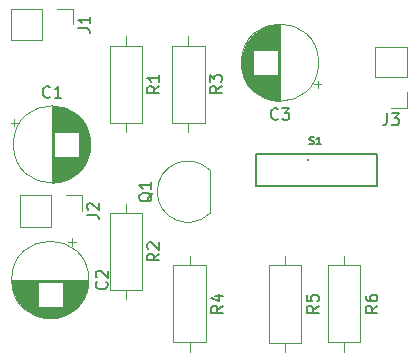
<source format=gbr>
%TF.GenerationSoftware,KiCad,Pcbnew,8.0.5*%
%TF.CreationDate,2024-10-06T10:48:52-05:00*%
%TF.ProjectId,amplificador,616d706c-6966-4696-9361-646f722e6b69,rev?*%
%TF.SameCoordinates,Original*%
%TF.FileFunction,Legend,Top*%
%TF.FilePolarity,Positive*%
%FSLAX46Y46*%
G04 Gerber Fmt 4.6, Leading zero omitted, Abs format (unit mm)*
G04 Created by KiCad (PCBNEW 8.0.5) date 2024-10-06 10:48:52*
%MOMM*%
%LPD*%
G01*
G04 APERTURE LIST*
%ADD10C,0.150000*%
%ADD11C,0.200000*%
%ADD12C,0.120000*%
G04 APERTURE END LIST*
D10*
X207429980Y-91366500D02*
X207521409Y-91396976D01*
X207521409Y-91396976D02*
X207673790Y-91396976D01*
X207673790Y-91396976D02*
X207734742Y-91366500D01*
X207734742Y-91366500D02*
X207765218Y-91336023D01*
X207765218Y-91336023D02*
X207795695Y-91275071D01*
X207795695Y-91275071D02*
X207795695Y-91214119D01*
X207795695Y-91214119D02*
X207765218Y-91153166D01*
X207765218Y-91153166D02*
X207734742Y-91122690D01*
X207734742Y-91122690D02*
X207673790Y-91092214D01*
X207673790Y-91092214D02*
X207551885Y-91061738D01*
X207551885Y-91061738D02*
X207490933Y-91031261D01*
X207490933Y-91031261D02*
X207460456Y-91000785D01*
X207460456Y-91000785D02*
X207429980Y-90939833D01*
X207429980Y-90939833D02*
X207429980Y-90878880D01*
X207429980Y-90878880D02*
X207460456Y-90817928D01*
X207460456Y-90817928D02*
X207490933Y-90787452D01*
X207490933Y-90787452D02*
X207551885Y-90756976D01*
X207551885Y-90756976D02*
X207704266Y-90756976D01*
X207704266Y-90756976D02*
X207795695Y-90787452D01*
X208405219Y-91396976D02*
X208039504Y-91396976D01*
X208222361Y-91396976D02*
X208222361Y-90756976D01*
X208222361Y-90756976D02*
X208161409Y-90848404D01*
X208161409Y-90848404D02*
X208100457Y-90909357D01*
X208100457Y-90909357D02*
X208039504Y-90939833D01*
X214016666Y-88779819D02*
X214016666Y-89494104D01*
X214016666Y-89494104D02*
X213969047Y-89636961D01*
X213969047Y-89636961D02*
X213873809Y-89732200D01*
X213873809Y-89732200D02*
X213730952Y-89779819D01*
X213730952Y-89779819D02*
X213635714Y-89779819D01*
X214397619Y-88779819D02*
X215016666Y-88779819D01*
X215016666Y-88779819D02*
X214683333Y-89160771D01*
X214683333Y-89160771D02*
X214826190Y-89160771D01*
X214826190Y-89160771D02*
X214921428Y-89208390D01*
X214921428Y-89208390D02*
X214969047Y-89256009D01*
X214969047Y-89256009D02*
X215016666Y-89351247D01*
X215016666Y-89351247D02*
X215016666Y-89589342D01*
X215016666Y-89589342D02*
X214969047Y-89684580D01*
X214969047Y-89684580D02*
X214921428Y-89732200D01*
X214921428Y-89732200D02*
X214826190Y-89779819D01*
X214826190Y-89779819D02*
X214540476Y-89779819D01*
X214540476Y-89779819D02*
X214445238Y-89732200D01*
X214445238Y-89732200D02*
X214397619Y-89684580D01*
X188619819Y-97363333D02*
X189334104Y-97363333D01*
X189334104Y-97363333D02*
X189476961Y-97410952D01*
X189476961Y-97410952D02*
X189572200Y-97506190D01*
X189572200Y-97506190D02*
X189619819Y-97649047D01*
X189619819Y-97649047D02*
X189619819Y-97744285D01*
X188715057Y-96934761D02*
X188667438Y-96887142D01*
X188667438Y-96887142D02*
X188619819Y-96791904D01*
X188619819Y-96791904D02*
X188619819Y-96553809D01*
X188619819Y-96553809D02*
X188667438Y-96458571D01*
X188667438Y-96458571D02*
X188715057Y-96410952D01*
X188715057Y-96410952D02*
X188810295Y-96363333D01*
X188810295Y-96363333D02*
X188905533Y-96363333D01*
X188905533Y-96363333D02*
X189048390Y-96410952D01*
X189048390Y-96410952D02*
X189619819Y-96982380D01*
X189619819Y-96982380D02*
X189619819Y-96363333D01*
X187869819Y-81573333D02*
X188584104Y-81573333D01*
X188584104Y-81573333D02*
X188726961Y-81620952D01*
X188726961Y-81620952D02*
X188822200Y-81716190D01*
X188822200Y-81716190D02*
X188869819Y-81859047D01*
X188869819Y-81859047D02*
X188869819Y-81954285D01*
X188869819Y-80573333D02*
X188869819Y-81144761D01*
X188869819Y-80859047D02*
X187869819Y-80859047D01*
X187869819Y-80859047D02*
X188012676Y-80954285D01*
X188012676Y-80954285D02*
X188107914Y-81049523D01*
X188107914Y-81049523D02*
X188155533Y-81144761D01*
X213204819Y-105066666D02*
X212728628Y-105399999D01*
X213204819Y-105638094D02*
X212204819Y-105638094D01*
X212204819Y-105638094D02*
X212204819Y-105257142D01*
X212204819Y-105257142D02*
X212252438Y-105161904D01*
X212252438Y-105161904D02*
X212300057Y-105114285D01*
X212300057Y-105114285D02*
X212395295Y-105066666D01*
X212395295Y-105066666D02*
X212538152Y-105066666D01*
X212538152Y-105066666D02*
X212633390Y-105114285D01*
X212633390Y-105114285D02*
X212681009Y-105161904D01*
X212681009Y-105161904D02*
X212728628Y-105257142D01*
X212728628Y-105257142D02*
X212728628Y-105638094D01*
X212204819Y-104209523D02*
X212204819Y-104399999D01*
X212204819Y-104399999D02*
X212252438Y-104495237D01*
X212252438Y-104495237D02*
X212300057Y-104542856D01*
X212300057Y-104542856D02*
X212442914Y-104638094D01*
X212442914Y-104638094D02*
X212633390Y-104685713D01*
X212633390Y-104685713D02*
X213014342Y-104685713D01*
X213014342Y-104685713D02*
X213109580Y-104638094D01*
X213109580Y-104638094D02*
X213157200Y-104590475D01*
X213157200Y-104590475D02*
X213204819Y-104495237D01*
X213204819Y-104495237D02*
X213204819Y-104304761D01*
X213204819Y-104304761D02*
X213157200Y-104209523D01*
X213157200Y-104209523D02*
X213109580Y-104161904D01*
X213109580Y-104161904D02*
X213014342Y-104114285D01*
X213014342Y-104114285D02*
X212776247Y-104114285D01*
X212776247Y-104114285D02*
X212681009Y-104161904D01*
X212681009Y-104161904D02*
X212633390Y-104209523D01*
X212633390Y-104209523D02*
X212585771Y-104304761D01*
X212585771Y-104304761D02*
X212585771Y-104495237D01*
X212585771Y-104495237D02*
X212633390Y-104590475D01*
X212633390Y-104590475D02*
X212681009Y-104638094D01*
X212681009Y-104638094D02*
X212776247Y-104685713D01*
X208214819Y-105076666D02*
X207738628Y-105409999D01*
X208214819Y-105648094D02*
X207214819Y-105648094D01*
X207214819Y-105648094D02*
X207214819Y-105267142D01*
X207214819Y-105267142D02*
X207262438Y-105171904D01*
X207262438Y-105171904D02*
X207310057Y-105124285D01*
X207310057Y-105124285D02*
X207405295Y-105076666D01*
X207405295Y-105076666D02*
X207548152Y-105076666D01*
X207548152Y-105076666D02*
X207643390Y-105124285D01*
X207643390Y-105124285D02*
X207691009Y-105171904D01*
X207691009Y-105171904D02*
X207738628Y-105267142D01*
X207738628Y-105267142D02*
X207738628Y-105648094D01*
X207214819Y-104171904D02*
X207214819Y-104648094D01*
X207214819Y-104648094D02*
X207691009Y-104695713D01*
X207691009Y-104695713D02*
X207643390Y-104648094D01*
X207643390Y-104648094D02*
X207595771Y-104552856D01*
X207595771Y-104552856D02*
X207595771Y-104314761D01*
X207595771Y-104314761D02*
X207643390Y-104219523D01*
X207643390Y-104219523D02*
X207691009Y-104171904D01*
X207691009Y-104171904D02*
X207786247Y-104124285D01*
X207786247Y-104124285D02*
X208024342Y-104124285D01*
X208024342Y-104124285D02*
X208119580Y-104171904D01*
X208119580Y-104171904D02*
X208167200Y-104219523D01*
X208167200Y-104219523D02*
X208214819Y-104314761D01*
X208214819Y-104314761D02*
X208214819Y-104552856D01*
X208214819Y-104552856D02*
X208167200Y-104648094D01*
X208167200Y-104648094D02*
X208119580Y-104695713D01*
X200124819Y-105066666D02*
X199648628Y-105399999D01*
X200124819Y-105638094D02*
X199124819Y-105638094D01*
X199124819Y-105638094D02*
X199124819Y-105257142D01*
X199124819Y-105257142D02*
X199172438Y-105161904D01*
X199172438Y-105161904D02*
X199220057Y-105114285D01*
X199220057Y-105114285D02*
X199315295Y-105066666D01*
X199315295Y-105066666D02*
X199458152Y-105066666D01*
X199458152Y-105066666D02*
X199553390Y-105114285D01*
X199553390Y-105114285D02*
X199601009Y-105161904D01*
X199601009Y-105161904D02*
X199648628Y-105257142D01*
X199648628Y-105257142D02*
X199648628Y-105638094D01*
X199458152Y-104209523D02*
X200124819Y-104209523D01*
X199077200Y-104447618D02*
X199791485Y-104685713D01*
X199791485Y-104685713D02*
X199791485Y-104066666D01*
X200024819Y-86466666D02*
X199548628Y-86799999D01*
X200024819Y-87038094D02*
X199024819Y-87038094D01*
X199024819Y-87038094D02*
X199024819Y-86657142D01*
X199024819Y-86657142D02*
X199072438Y-86561904D01*
X199072438Y-86561904D02*
X199120057Y-86514285D01*
X199120057Y-86514285D02*
X199215295Y-86466666D01*
X199215295Y-86466666D02*
X199358152Y-86466666D01*
X199358152Y-86466666D02*
X199453390Y-86514285D01*
X199453390Y-86514285D02*
X199501009Y-86561904D01*
X199501009Y-86561904D02*
X199548628Y-86657142D01*
X199548628Y-86657142D02*
X199548628Y-87038094D01*
X199024819Y-86133332D02*
X199024819Y-85514285D01*
X199024819Y-85514285D02*
X199405771Y-85847618D01*
X199405771Y-85847618D02*
X199405771Y-85704761D01*
X199405771Y-85704761D02*
X199453390Y-85609523D01*
X199453390Y-85609523D02*
X199501009Y-85561904D01*
X199501009Y-85561904D02*
X199596247Y-85514285D01*
X199596247Y-85514285D02*
X199834342Y-85514285D01*
X199834342Y-85514285D02*
X199929580Y-85561904D01*
X199929580Y-85561904D02*
X199977200Y-85609523D01*
X199977200Y-85609523D02*
X200024819Y-85704761D01*
X200024819Y-85704761D02*
X200024819Y-85990475D01*
X200024819Y-85990475D02*
X199977200Y-86085713D01*
X199977200Y-86085713D02*
X199929580Y-86133332D01*
X194724819Y-100646666D02*
X194248628Y-100979999D01*
X194724819Y-101218094D02*
X193724819Y-101218094D01*
X193724819Y-101218094D02*
X193724819Y-100837142D01*
X193724819Y-100837142D02*
X193772438Y-100741904D01*
X193772438Y-100741904D02*
X193820057Y-100694285D01*
X193820057Y-100694285D02*
X193915295Y-100646666D01*
X193915295Y-100646666D02*
X194058152Y-100646666D01*
X194058152Y-100646666D02*
X194153390Y-100694285D01*
X194153390Y-100694285D02*
X194201009Y-100741904D01*
X194201009Y-100741904D02*
X194248628Y-100837142D01*
X194248628Y-100837142D02*
X194248628Y-101218094D01*
X193820057Y-100265713D02*
X193772438Y-100218094D01*
X193772438Y-100218094D02*
X193724819Y-100122856D01*
X193724819Y-100122856D02*
X193724819Y-99884761D01*
X193724819Y-99884761D02*
X193772438Y-99789523D01*
X193772438Y-99789523D02*
X193820057Y-99741904D01*
X193820057Y-99741904D02*
X193915295Y-99694285D01*
X193915295Y-99694285D02*
X194010533Y-99694285D01*
X194010533Y-99694285D02*
X194153390Y-99741904D01*
X194153390Y-99741904D02*
X194724819Y-100313332D01*
X194724819Y-100313332D02*
X194724819Y-99694285D01*
X194724819Y-86466666D02*
X194248628Y-86799999D01*
X194724819Y-87038094D02*
X193724819Y-87038094D01*
X193724819Y-87038094D02*
X193724819Y-86657142D01*
X193724819Y-86657142D02*
X193772438Y-86561904D01*
X193772438Y-86561904D02*
X193820057Y-86514285D01*
X193820057Y-86514285D02*
X193915295Y-86466666D01*
X193915295Y-86466666D02*
X194058152Y-86466666D01*
X194058152Y-86466666D02*
X194153390Y-86514285D01*
X194153390Y-86514285D02*
X194201009Y-86561904D01*
X194201009Y-86561904D02*
X194248628Y-86657142D01*
X194248628Y-86657142D02*
X194248628Y-87038094D01*
X194724819Y-85514285D02*
X194724819Y-86085713D01*
X194724819Y-85799999D02*
X193724819Y-85799999D01*
X193724819Y-85799999D02*
X193867676Y-85895237D01*
X193867676Y-85895237D02*
X193962914Y-85990475D01*
X193962914Y-85990475D02*
X194010533Y-86085713D01*
X204785713Y-89239580D02*
X204738094Y-89287200D01*
X204738094Y-89287200D02*
X204595237Y-89334819D01*
X204595237Y-89334819D02*
X204499999Y-89334819D01*
X204499999Y-89334819D02*
X204357142Y-89287200D01*
X204357142Y-89287200D02*
X204261904Y-89191961D01*
X204261904Y-89191961D02*
X204214285Y-89096723D01*
X204214285Y-89096723D02*
X204166666Y-88906247D01*
X204166666Y-88906247D02*
X204166666Y-88763390D01*
X204166666Y-88763390D02*
X204214285Y-88572914D01*
X204214285Y-88572914D02*
X204261904Y-88477676D01*
X204261904Y-88477676D02*
X204357142Y-88382438D01*
X204357142Y-88382438D02*
X204499999Y-88334819D01*
X204499999Y-88334819D02*
X204595237Y-88334819D01*
X204595237Y-88334819D02*
X204738094Y-88382438D01*
X204738094Y-88382438D02*
X204785713Y-88430057D01*
X205119047Y-88334819D02*
X205738094Y-88334819D01*
X205738094Y-88334819D02*
X205404761Y-88715771D01*
X205404761Y-88715771D02*
X205547618Y-88715771D01*
X205547618Y-88715771D02*
X205642856Y-88763390D01*
X205642856Y-88763390D02*
X205690475Y-88811009D01*
X205690475Y-88811009D02*
X205738094Y-88906247D01*
X205738094Y-88906247D02*
X205738094Y-89144342D01*
X205738094Y-89144342D02*
X205690475Y-89239580D01*
X205690475Y-89239580D02*
X205642856Y-89287200D01*
X205642856Y-89287200D02*
X205547618Y-89334819D01*
X205547618Y-89334819D02*
X205261904Y-89334819D01*
X205261904Y-89334819D02*
X205166666Y-89287200D01*
X205166666Y-89287200D02*
X205119047Y-89239580D01*
X190259580Y-103034287D02*
X190307200Y-103081906D01*
X190307200Y-103081906D02*
X190354819Y-103224763D01*
X190354819Y-103224763D02*
X190354819Y-103320001D01*
X190354819Y-103320001D02*
X190307200Y-103462858D01*
X190307200Y-103462858D02*
X190211961Y-103558096D01*
X190211961Y-103558096D02*
X190116723Y-103605715D01*
X190116723Y-103605715D02*
X189926247Y-103653334D01*
X189926247Y-103653334D02*
X189783390Y-103653334D01*
X189783390Y-103653334D02*
X189592914Y-103605715D01*
X189592914Y-103605715D02*
X189497676Y-103558096D01*
X189497676Y-103558096D02*
X189402438Y-103462858D01*
X189402438Y-103462858D02*
X189354819Y-103320001D01*
X189354819Y-103320001D02*
X189354819Y-103224763D01*
X189354819Y-103224763D02*
X189402438Y-103081906D01*
X189402438Y-103081906D02*
X189450057Y-103034287D01*
X189450057Y-102653334D02*
X189402438Y-102605715D01*
X189402438Y-102605715D02*
X189354819Y-102510477D01*
X189354819Y-102510477D02*
X189354819Y-102272382D01*
X189354819Y-102272382D02*
X189402438Y-102177144D01*
X189402438Y-102177144D02*
X189450057Y-102129525D01*
X189450057Y-102129525D02*
X189545295Y-102081906D01*
X189545295Y-102081906D02*
X189640533Y-102081906D01*
X189640533Y-102081906D02*
X189783390Y-102129525D01*
X189783390Y-102129525D02*
X190354819Y-102700953D01*
X190354819Y-102700953D02*
X190354819Y-102081906D01*
X185483333Y-87359580D02*
X185435714Y-87407200D01*
X185435714Y-87407200D02*
X185292857Y-87454819D01*
X185292857Y-87454819D02*
X185197619Y-87454819D01*
X185197619Y-87454819D02*
X185054762Y-87407200D01*
X185054762Y-87407200D02*
X184959524Y-87311961D01*
X184959524Y-87311961D02*
X184911905Y-87216723D01*
X184911905Y-87216723D02*
X184864286Y-87026247D01*
X184864286Y-87026247D02*
X184864286Y-86883390D01*
X184864286Y-86883390D02*
X184911905Y-86692914D01*
X184911905Y-86692914D02*
X184959524Y-86597676D01*
X184959524Y-86597676D02*
X185054762Y-86502438D01*
X185054762Y-86502438D02*
X185197619Y-86454819D01*
X185197619Y-86454819D02*
X185292857Y-86454819D01*
X185292857Y-86454819D02*
X185435714Y-86502438D01*
X185435714Y-86502438D02*
X185483333Y-86550057D01*
X186435714Y-87454819D02*
X185864286Y-87454819D01*
X186150000Y-87454819D02*
X186150000Y-86454819D01*
X186150000Y-86454819D02*
X186054762Y-86597676D01*
X186054762Y-86597676D02*
X185959524Y-86692914D01*
X185959524Y-86692914D02*
X185864286Y-86740533D01*
X194150057Y-95495238D02*
X194102438Y-95590476D01*
X194102438Y-95590476D02*
X194007200Y-95685714D01*
X194007200Y-95685714D02*
X193864342Y-95828571D01*
X193864342Y-95828571D02*
X193816723Y-95923809D01*
X193816723Y-95923809D02*
X193816723Y-96019047D01*
X194054819Y-95971428D02*
X194007200Y-96066666D01*
X194007200Y-96066666D02*
X193911961Y-96161904D01*
X193911961Y-96161904D02*
X193721485Y-96209523D01*
X193721485Y-96209523D02*
X193388152Y-96209523D01*
X193388152Y-96209523D02*
X193197676Y-96161904D01*
X193197676Y-96161904D02*
X193102438Y-96066666D01*
X193102438Y-96066666D02*
X193054819Y-95971428D01*
X193054819Y-95971428D02*
X193054819Y-95780952D01*
X193054819Y-95780952D02*
X193102438Y-95685714D01*
X193102438Y-95685714D02*
X193197676Y-95590476D01*
X193197676Y-95590476D02*
X193388152Y-95542857D01*
X193388152Y-95542857D02*
X193721485Y-95542857D01*
X193721485Y-95542857D02*
X193911961Y-95590476D01*
X193911961Y-95590476D02*
X194007200Y-95685714D01*
X194007200Y-95685714D02*
X194054819Y-95780952D01*
X194054819Y-95780952D02*
X194054819Y-95971428D01*
X194054819Y-94590476D02*
X194054819Y-95161904D01*
X194054819Y-94876190D02*
X193054819Y-94876190D01*
X193054819Y-94876190D02*
X193197676Y-94971428D01*
X193197676Y-94971428D02*
X193292914Y-95066666D01*
X193292914Y-95066666D02*
X193340533Y-95161904D01*
D11*
%TO.C,S1*%
X202930000Y-92250000D02*
X213130000Y-92250000D01*
X213130000Y-92250000D02*
X213130000Y-94950000D01*
X213130000Y-94950000D02*
X202930000Y-94950000D01*
X202930000Y-94950000D02*
X202930000Y-92250000D01*
X207380000Y-92700000D02*
G75*
G02*
X207280000Y-92700000I-50000J0D01*
G01*
X207280000Y-92700000D02*
G75*
G02*
X207380000Y-92700000I50000J0D01*
G01*
D12*
%TO.C,J3*%
X215680000Y-88325000D02*
X214350000Y-88325000D01*
X215680000Y-86995000D02*
X215680000Y-88325000D01*
X215680000Y-85725000D02*
X215680000Y-83125000D01*
X215680000Y-85725000D02*
X213020000Y-85725000D01*
X215680000Y-83125000D02*
X213020000Y-83125000D01*
X213020000Y-85725000D02*
X213020000Y-83125000D01*
%TO.C,J2*%
X188165000Y-95700000D02*
X188165000Y-97030000D01*
X186835000Y-95700000D02*
X188165000Y-95700000D01*
X185565000Y-95700000D02*
X182965000Y-95700000D01*
X185565000Y-95700000D02*
X185565000Y-98360000D01*
X182965000Y-95700000D02*
X182965000Y-98360000D01*
X185565000Y-98360000D02*
X182965000Y-98360000D01*
%TO.C,J1*%
X187415000Y-79910000D02*
X187415000Y-81240000D01*
X186085000Y-79910000D02*
X187415000Y-79910000D01*
X184815000Y-79910000D02*
X182215000Y-79910000D01*
X184815000Y-79910000D02*
X184815000Y-82570000D01*
X182215000Y-79910000D02*
X182215000Y-82570000D01*
X184815000Y-82570000D02*
X182215000Y-82570000D01*
%TO.C,R6*%
X210380000Y-100860000D02*
X210380000Y-101630000D01*
X211750000Y-101630000D02*
X209010000Y-101630000D01*
X209010000Y-101630000D02*
X209010000Y-108170000D01*
X211750000Y-108170000D02*
X211750000Y-101630000D01*
X209010000Y-108170000D02*
X211750000Y-108170000D01*
X210380000Y-108940000D02*
X210380000Y-108170000D01*
%TO.C,R5*%
X205390000Y-100870000D02*
X205390000Y-101640000D01*
X206760000Y-101640000D02*
X204020000Y-101640000D01*
X204020000Y-101640000D02*
X204020000Y-108180000D01*
X206760000Y-108180000D02*
X206760000Y-101640000D01*
X204020000Y-108180000D02*
X206760000Y-108180000D01*
X205390000Y-108950000D02*
X205390000Y-108180000D01*
%TO.C,R4*%
X197300000Y-100860000D02*
X197300000Y-101630000D01*
X198670000Y-101630000D02*
X195930000Y-101630000D01*
X195930000Y-101630000D02*
X195930000Y-108170000D01*
X198670000Y-108170000D02*
X198670000Y-101630000D01*
X195930000Y-108170000D02*
X198670000Y-108170000D01*
X197300000Y-108940000D02*
X197300000Y-108170000D01*
%TO.C,R3*%
X197200000Y-82260000D02*
X197200000Y-83030000D01*
X198570000Y-83030000D02*
X195830000Y-83030000D01*
X195830000Y-83030000D02*
X195830000Y-89570000D01*
X198570000Y-89570000D02*
X198570000Y-83030000D01*
X195830000Y-89570000D02*
X198570000Y-89570000D01*
X197200000Y-90340000D02*
X197200000Y-89570000D01*
%TO.C,R2*%
X191900000Y-96440000D02*
X191900000Y-97210000D01*
X193270000Y-97210000D02*
X190530000Y-97210000D01*
X190530000Y-97210000D02*
X190530000Y-103750000D01*
X193270000Y-103750000D02*
X193270000Y-97210000D01*
X190530000Y-103750000D02*
X193270000Y-103750000D01*
X191900000Y-104520000D02*
X191900000Y-103750000D01*
%TO.C,R1*%
X191900000Y-82260000D02*
X191900000Y-83030000D01*
X193270000Y-83030000D02*
X190530000Y-83030000D01*
X190530000Y-83030000D02*
X190530000Y-89570000D01*
X193270000Y-89570000D02*
X193270000Y-83030000D01*
X190530000Y-89570000D02*
X193270000Y-89570000D01*
X191900000Y-90340000D02*
X191900000Y-89570000D01*
%TO.C,C3*%
X208452621Y-86319000D02*
X207822621Y-86319000D01*
X208137621Y-86634000D02*
X208137621Y-86004000D01*
X204952380Y-87710000D02*
X204952380Y-81250000D01*
X204912380Y-87710000D02*
X204912380Y-81250000D01*
X204872380Y-87710000D02*
X204872380Y-81250000D01*
X204832380Y-87708000D02*
X204832380Y-81252000D01*
X204792380Y-87707000D02*
X204792380Y-81253000D01*
X204752380Y-87704000D02*
X204752380Y-81256000D01*
X204712380Y-87702000D02*
X204712380Y-85520000D01*
X204712380Y-83440000D02*
X204712380Y-81258000D01*
X204672380Y-87698000D02*
X204672380Y-85520000D01*
X204672380Y-83440000D02*
X204672380Y-81262000D01*
X204632380Y-87695000D02*
X204632380Y-85520000D01*
X204632380Y-83440000D02*
X204632380Y-81265000D01*
X204592380Y-87691000D02*
X204592380Y-85520000D01*
X204592380Y-83440000D02*
X204592380Y-81269000D01*
X204552380Y-87686000D02*
X204552380Y-85520000D01*
X204552380Y-83440000D02*
X204552380Y-81274000D01*
X204512380Y-87681000D02*
X204512380Y-85520000D01*
X204512380Y-83440000D02*
X204512380Y-81279000D01*
X204472380Y-87675000D02*
X204472380Y-85520000D01*
X204472380Y-83440000D02*
X204472380Y-81285000D01*
X204432380Y-87669000D02*
X204432380Y-85520000D01*
X204432380Y-83440000D02*
X204432380Y-81291000D01*
X204392380Y-87662000D02*
X204392380Y-85520000D01*
X204392380Y-83440000D02*
X204392380Y-81298000D01*
X204352380Y-87655000D02*
X204352380Y-85520000D01*
X204352380Y-83440000D02*
X204352380Y-81305000D01*
X204312380Y-87647000D02*
X204312380Y-85520000D01*
X204312380Y-83440000D02*
X204312380Y-81313000D01*
X204272380Y-87639000D02*
X204272380Y-85520000D01*
X204272380Y-83440000D02*
X204272380Y-81321000D01*
X204231380Y-87630000D02*
X204231380Y-85520000D01*
X204231380Y-83440000D02*
X204231380Y-81330000D01*
X204191380Y-87621000D02*
X204191380Y-85520000D01*
X204191380Y-83440000D02*
X204191380Y-81339000D01*
X204151380Y-87611000D02*
X204151380Y-85520000D01*
X204151380Y-83440000D02*
X204151380Y-81349000D01*
X204111380Y-87601000D02*
X204111380Y-85520000D01*
X204111380Y-83440000D02*
X204111380Y-81359000D01*
X204071380Y-87590000D02*
X204071380Y-85520000D01*
X204071380Y-83440000D02*
X204071380Y-81370000D01*
X204031380Y-87578000D02*
X204031380Y-85520000D01*
X204031380Y-83440000D02*
X204031380Y-81382000D01*
X203991380Y-87566000D02*
X203991380Y-85520000D01*
X203991380Y-83440000D02*
X203991380Y-81394000D01*
X203951380Y-87554000D02*
X203951380Y-85520000D01*
X203951380Y-83440000D02*
X203951380Y-81406000D01*
X203911380Y-87541000D02*
X203911380Y-85520000D01*
X203911380Y-83440000D02*
X203911380Y-81419000D01*
X203871380Y-87527000D02*
X203871380Y-85520000D01*
X203871380Y-83440000D02*
X203871380Y-81433000D01*
X203831380Y-87513000D02*
X203831380Y-85520000D01*
X203831380Y-83440000D02*
X203831380Y-81447000D01*
X203791380Y-87498000D02*
X203791380Y-85520000D01*
X203791380Y-83440000D02*
X203791380Y-81462000D01*
X203751380Y-87482000D02*
X203751380Y-85520000D01*
X203751380Y-83440000D02*
X203751380Y-81478000D01*
X203711380Y-87466000D02*
X203711380Y-85520000D01*
X203711380Y-83440000D02*
X203711380Y-81494000D01*
X203671380Y-87450000D02*
X203671380Y-85520000D01*
X203671380Y-83440000D02*
X203671380Y-81510000D01*
X203631380Y-87432000D02*
X203631380Y-85520000D01*
X203631380Y-83440000D02*
X203631380Y-81528000D01*
X203591380Y-87414000D02*
X203591380Y-85520000D01*
X203591380Y-83440000D02*
X203591380Y-81546000D01*
X203551380Y-87396000D02*
X203551380Y-85520000D01*
X203551380Y-83440000D02*
X203551380Y-81564000D01*
X203511380Y-87376000D02*
X203511380Y-85520000D01*
X203511380Y-83440000D02*
X203511380Y-81584000D01*
X203471380Y-87356000D02*
X203471380Y-85520000D01*
X203471380Y-83440000D02*
X203471380Y-81604000D01*
X203431380Y-87336000D02*
X203431380Y-85520000D01*
X203431380Y-83440000D02*
X203431380Y-81624000D01*
X203391380Y-87314000D02*
X203391380Y-85520000D01*
X203391380Y-83440000D02*
X203391380Y-81646000D01*
X203351380Y-87292000D02*
X203351380Y-85520000D01*
X203351380Y-83440000D02*
X203351380Y-81668000D01*
X203311380Y-87270000D02*
X203311380Y-85520000D01*
X203311380Y-83440000D02*
X203311380Y-81690000D01*
X203271380Y-87246000D02*
X203271380Y-85520000D01*
X203271380Y-83440000D02*
X203271380Y-81714000D01*
X203231380Y-87222000D02*
X203231380Y-85520000D01*
X203231380Y-83440000D02*
X203231380Y-81738000D01*
X203191380Y-87196000D02*
X203191380Y-85520000D01*
X203191380Y-83440000D02*
X203191380Y-81764000D01*
X203151380Y-87170000D02*
X203151380Y-85520000D01*
X203151380Y-83440000D02*
X203151380Y-81790000D01*
X203111380Y-87144000D02*
X203111380Y-85520000D01*
X203111380Y-83440000D02*
X203111380Y-81816000D01*
X203071380Y-87116000D02*
X203071380Y-85520000D01*
X203071380Y-83440000D02*
X203071380Y-81844000D01*
X203031380Y-87087000D02*
X203031380Y-85520000D01*
X203031380Y-83440000D02*
X203031380Y-81873000D01*
X202991380Y-87058000D02*
X202991380Y-85520000D01*
X202991380Y-83440000D02*
X202991380Y-81902000D01*
X202951380Y-87028000D02*
X202951380Y-85520000D01*
X202951380Y-83440000D02*
X202951380Y-81932000D01*
X202911380Y-86996000D02*
X202911380Y-85520000D01*
X202911380Y-83440000D02*
X202911380Y-81964000D01*
X202871380Y-86964000D02*
X202871380Y-85520000D01*
X202871380Y-83440000D02*
X202871380Y-81996000D01*
X202831380Y-86930000D02*
X202831380Y-85520000D01*
X202831380Y-83440000D02*
X202831380Y-82030000D01*
X202791380Y-86896000D02*
X202791380Y-85520000D01*
X202791380Y-83440000D02*
X202791380Y-82064000D01*
X202751380Y-86860000D02*
X202751380Y-85520000D01*
X202751380Y-83440000D02*
X202751380Y-82100000D01*
X202711380Y-86823000D02*
X202711380Y-85520000D01*
X202711380Y-83440000D02*
X202711380Y-82137000D01*
X202671380Y-86785000D02*
X202671380Y-85520000D01*
X202671380Y-83440000D02*
X202671380Y-82175000D01*
X202631380Y-86745000D02*
X202631380Y-82215000D01*
X202591380Y-86704000D02*
X202591380Y-82256000D01*
X202551380Y-86662000D02*
X202551380Y-82298000D01*
X202511380Y-86617000D02*
X202511380Y-82343000D01*
X202471380Y-86572000D02*
X202471380Y-82388000D01*
X202431380Y-86524000D02*
X202431380Y-82436000D01*
X202391380Y-86475000D02*
X202391380Y-82485000D01*
X202351380Y-86424000D02*
X202351380Y-82536000D01*
X202311380Y-86370000D02*
X202311380Y-82590000D01*
X202271380Y-86314000D02*
X202271380Y-82646000D01*
X202231380Y-86256000D02*
X202231380Y-82704000D01*
X202191380Y-86194000D02*
X202191380Y-82766000D01*
X202151380Y-86130000D02*
X202151380Y-82830000D01*
X202111380Y-86061000D02*
X202111380Y-82899000D01*
X202071380Y-85989000D02*
X202071380Y-82971000D01*
X202031380Y-85912000D02*
X202031380Y-83048000D01*
X201991380Y-85830000D02*
X201991380Y-83130000D01*
X201951380Y-85742000D02*
X201951380Y-83218000D01*
X201911380Y-85645000D02*
X201911380Y-83315000D01*
X201871380Y-85539000D02*
X201871380Y-83421000D01*
X201831380Y-85420000D02*
X201831380Y-83540000D01*
X201791380Y-85282000D02*
X201791380Y-83678000D01*
X201751380Y-85113000D02*
X201751380Y-83847000D01*
X201711380Y-84882000D02*
X201711380Y-84078000D01*
X208222380Y-84480000D02*
G75*
G02*
X201682380Y-84480000I-3270000J0D01*
G01*
X201682380Y-84480000D02*
G75*
G02*
X208222380Y-84480000I3270000J0D01*
G01*
%TO.C,C2*%
X187339000Y-99367380D02*
X187339000Y-99997380D01*
X187654000Y-99682380D02*
X187024000Y-99682380D01*
X188730000Y-102867621D02*
X182270000Y-102867621D01*
X188730000Y-102907621D02*
X182270000Y-102907621D01*
X188730000Y-102947621D02*
X182270000Y-102947621D01*
X188728000Y-102987621D02*
X182272000Y-102987621D01*
X188727000Y-103027621D02*
X182273000Y-103027621D01*
X188724000Y-103067621D02*
X182276000Y-103067621D01*
X188722000Y-103107621D02*
X186540000Y-103107621D01*
X184460000Y-103107621D02*
X182278000Y-103107621D01*
X188718000Y-103147621D02*
X186540000Y-103147621D01*
X184460000Y-103147621D02*
X182282000Y-103147621D01*
X188715000Y-103187621D02*
X186540000Y-103187621D01*
X184460000Y-103187621D02*
X182285000Y-103187621D01*
X188711000Y-103227621D02*
X186540000Y-103227621D01*
X184460000Y-103227621D02*
X182289000Y-103227621D01*
X188706000Y-103267621D02*
X186540000Y-103267621D01*
X184460000Y-103267621D02*
X182294000Y-103267621D01*
X188701000Y-103307621D02*
X186540000Y-103307621D01*
X184460000Y-103307621D02*
X182299000Y-103307621D01*
X188695000Y-103347621D02*
X186540000Y-103347621D01*
X184460000Y-103347621D02*
X182305000Y-103347621D01*
X188689000Y-103387621D02*
X186540000Y-103387621D01*
X184460000Y-103387621D02*
X182311000Y-103387621D01*
X188682000Y-103427621D02*
X186540000Y-103427621D01*
X184460000Y-103427621D02*
X182318000Y-103427621D01*
X188675000Y-103467621D02*
X186540000Y-103467621D01*
X184460000Y-103467621D02*
X182325000Y-103467621D01*
X188667000Y-103507621D02*
X186540000Y-103507621D01*
X184460000Y-103507621D02*
X182333000Y-103507621D01*
X188659000Y-103547621D02*
X186540000Y-103547621D01*
X184460000Y-103547621D02*
X182341000Y-103547621D01*
X188650000Y-103588621D02*
X186540000Y-103588621D01*
X184460000Y-103588621D02*
X182350000Y-103588621D01*
X188641000Y-103628621D02*
X186540000Y-103628621D01*
X184460000Y-103628621D02*
X182359000Y-103628621D01*
X188631000Y-103668621D02*
X186540000Y-103668621D01*
X184460000Y-103668621D02*
X182369000Y-103668621D01*
X188621000Y-103708621D02*
X186540000Y-103708621D01*
X184460000Y-103708621D02*
X182379000Y-103708621D01*
X188610000Y-103748621D02*
X186540000Y-103748621D01*
X184460000Y-103748621D02*
X182390000Y-103748621D01*
X188598000Y-103788621D02*
X186540000Y-103788621D01*
X184460000Y-103788621D02*
X182402000Y-103788621D01*
X188586000Y-103828621D02*
X186540000Y-103828621D01*
X184460000Y-103828621D02*
X182414000Y-103828621D01*
X188574000Y-103868621D02*
X186540000Y-103868621D01*
X184460000Y-103868621D02*
X182426000Y-103868621D01*
X188561000Y-103908621D02*
X186540000Y-103908621D01*
X184460000Y-103908621D02*
X182439000Y-103908621D01*
X188547000Y-103948621D02*
X186540000Y-103948621D01*
X184460000Y-103948621D02*
X182453000Y-103948621D01*
X188533000Y-103988621D02*
X186540000Y-103988621D01*
X184460000Y-103988621D02*
X182467000Y-103988621D01*
X188518000Y-104028621D02*
X186540000Y-104028621D01*
X184460000Y-104028621D02*
X182482000Y-104028621D01*
X188502000Y-104068621D02*
X186540000Y-104068621D01*
X184460000Y-104068621D02*
X182498000Y-104068621D01*
X188486000Y-104108621D02*
X186540000Y-104108621D01*
X184460000Y-104108621D02*
X182514000Y-104108621D01*
X188470000Y-104148621D02*
X186540000Y-104148621D01*
X184460000Y-104148621D02*
X182530000Y-104148621D01*
X188452000Y-104188621D02*
X186540000Y-104188621D01*
X184460000Y-104188621D02*
X182548000Y-104188621D01*
X188434000Y-104228621D02*
X186540000Y-104228621D01*
X184460000Y-104228621D02*
X182566000Y-104228621D01*
X188416000Y-104268621D02*
X186540000Y-104268621D01*
X184460000Y-104268621D02*
X182584000Y-104268621D01*
X188396000Y-104308621D02*
X186540000Y-104308621D01*
X184460000Y-104308621D02*
X182604000Y-104308621D01*
X188376000Y-104348621D02*
X186540000Y-104348621D01*
X184460000Y-104348621D02*
X182624000Y-104348621D01*
X188356000Y-104388621D02*
X186540000Y-104388621D01*
X184460000Y-104388621D02*
X182644000Y-104388621D01*
X188334000Y-104428621D02*
X186540000Y-104428621D01*
X184460000Y-104428621D02*
X182666000Y-104428621D01*
X188312000Y-104468621D02*
X186540000Y-104468621D01*
X184460000Y-104468621D02*
X182688000Y-104468621D01*
X188290000Y-104508621D02*
X186540000Y-104508621D01*
X184460000Y-104508621D02*
X182710000Y-104508621D01*
X188266000Y-104548621D02*
X186540000Y-104548621D01*
X184460000Y-104548621D02*
X182734000Y-104548621D01*
X188242000Y-104588621D02*
X186540000Y-104588621D01*
X184460000Y-104588621D02*
X182758000Y-104588621D01*
X188216000Y-104628621D02*
X186540000Y-104628621D01*
X184460000Y-104628621D02*
X182784000Y-104628621D01*
X188190000Y-104668621D02*
X186540000Y-104668621D01*
X184460000Y-104668621D02*
X182810000Y-104668621D01*
X188164000Y-104708621D02*
X186540000Y-104708621D01*
X184460000Y-104708621D02*
X182836000Y-104708621D01*
X188136000Y-104748621D02*
X186540000Y-104748621D01*
X184460000Y-104748621D02*
X182864000Y-104748621D01*
X188107000Y-104788621D02*
X186540000Y-104788621D01*
X184460000Y-104788621D02*
X182893000Y-104788621D01*
X188078000Y-104828621D02*
X186540000Y-104828621D01*
X184460000Y-104828621D02*
X182922000Y-104828621D01*
X188048000Y-104868621D02*
X186540000Y-104868621D01*
X184460000Y-104868621D02*
X182952000Y-104868621D01*
X188016000Y-104908621D02*
X186540000Y-104908621D01*
X184460000Y-104908621D02*
X182984000Y-104908621D01*
X187984000Y-104948621D02*
X186540000Y-104948621D01*
X184460000Y-104948621D02*
X183016000Y-104948621D01*
X187950000Y-104988621D02*
X186540000Y-104988621D01*
X184460000Y-104988621D02*
X183050000Y-104988621D01*
X187916000Y-105028621D02*
X186540000Y-105028621D01*
X184460000Y-105028621D02*
X183084000Y-105028621D01*
X187880000Y-105068621D02*
X186540000Y-105068621D01*
X184460000Y-105068621D02*
X183120000Y-105068621D01*
X187843000Y-105108621D02*
X186540000Y-105108621D01*
X184460000Y-105108621D02*
X183157000Y-105108621D01*
X187805000Y-105148621D02*
X186540000Y-105148621D01*
X184460000Y-105148621D02*
X183195000Y-105148621D01*
X187765000Y-105188621D02*
X183235000Y-105188621D01*
X187724000Y-105228621D02*
X183276000Y-105228621D01*
X187682000Y-105268621D02*
X183318000Y-105268621D01*
X187637000Y-105308621D02*
X183363000Y-105308621D01*
X187592000Y-105348621D02*
X183408000Y-105348621D01*
X187544000Y-105388621D02*
X183456000Y-105388621D01*
X187495000Y-105428621D02*
X183505000Y-105428621D01*
X187444000Y-105468621D02*
X183556000Y-105468621D01*
X187390000Y-105508621D02*
X183610000Y-105508621D01*
X187334000Y-105548621D02*
X183666000Y-105548621D01*
X187276000Y-105588621D02*
X183724000Y-105588621D01*
X187214000Y-105628621D02*
X183786000Y-105628621D01*
X187150000Y-105668621D02*
X183850000Y-105668621D01*
X187081000Y-105708621D02*
X183919000Y-105708621D01*
X187009000Y-105748621D02*
X183991000Y-105748621D01*
X186932000Y-105788621D02*
X184068000Y-105788621D01*
X186850000Y-105828621D02*
X184150000Y-105828621D01*
X186762000Y-105868621D02*
X184238000Y-105868621D01*
X186665000Y-105908621D02*
X184335000Y-105908621D01*
X186559000Y-105948621D02*
X184441000Y-105948621D01*
X186440000Y-105988621D02*
X184560000Y-105988621D01*
X186302000Y-106028621D02*
X184698000Y-106028621D01*
X186133000Y-106068621D02*
X184867000Y-106068621D01*
X185902000Y-106108621D02*
X185098000Y-106108621D01*
X188770000Y-102867621D02*
G75*
G02*
X182230000Y-102867621I-3270000J0D01*
G01*
X182230000Y-102867621D02*
G75*
G02*
X188770000Y-102867621I3270000J0D01*
G01*
%TO.C,C1*%
X182149759Y-89561000D02*
X182779759Y-89561000D01*
X182464759Y-89246000D02*
X182464759Y-89876000D01*
X185650000Y-88170000D02*
X185650000Y-94630000D01*
X185690000Y-88170000D02*
X185690000Y-94630000D01*
X185730000Y-88170000D02*
X185730000Y-94630000D01*
X185770000Y-88172000D02*
X185770000Y-94628000D01*
X185810000Y-88173000D02*
X185810000Y-94627000D01*
X185850000Y-88176000D02*
X185850000Y-94624000D01*
X185890000Y-88178000D02*
X185890000Y-90360000D01*
X185890000Y-92440000D02*
X185890000Y-94622000D01*
X185930000Y-88182000D02*
X185930000Y-90360000D01*
X185930000Y-92440000D02*
X185930000Y-94618000D01*
X185970000Y-88185000D02*
X185970000Y-90360000D01*
X185970000Y-92440000D02*
X185970000Y-94615000D01*
X186010000Y-88189000D02*
X186010000Y-90360000D01*
X186010000Y-92440000D02*
X186010000Y-94611000D01*
X186050000Y-88194000D02*
X186050000Y-90360000D01*
X186050000Y-92440000D02*
X186050000Y-94606000D01*
X186090000Y-88199000D02*
X186090000Y-90360000D01*
X186090000Y-92440000D02*
X186090000Y-94601000D01*
X186130000Y-88205000D02*
X186130000Y-90360000D01*
X186130000Y-92440000D02*
X186130000Y-94595000D01*
X186170000Y-88211000D02*
X186170000Y-90360000D01*
X186170000Y-92440000D02*
X186170000Y-94589000D01*
X186210000Y-88218000D02*
X186210000Y-90360000D01*
X186210000Y-92440000D02*
X186210000Y-94582000D01*
X186250000Y-88225000D02*
X186250000Y-90360000D01*
X186250000Y-92440000D02*
X186250000Y-94575000D01*
X186290000Y-88233000D02*
X186290000Y-90360000D01*
X186290000Y-92440000D02*
X186290000Y-94567000D01*
X186330000Y-88241000D02*
X186330000Y-90360000D01*
X186330000Y-92440000D02*
X186330000Y-94559000D01*
X186371000Y-88250000D02*
X186371000Y-90360000D01*
X186371000Y-92440000D02*
X186371000Y-94550000D01*
X186411000Y-88259000D02*
X186411000Y-90360000D01*
X186411000Y-92440000D02*
X186411000Y-94541000D01*
X186451000Y-88269000D02*
X186451000Y-90360000D01*
X186451000Y-92440000D02*
X186451000Y-94531000D01*
X186491000Y-88279000D02*
X186491000Y-90360000D01*
X186491000Y-92440000D02*
X186491000Y-94521000D01*
X186531000Y-88290000D02*
X186531000Y-90360000D01*
X186531000Y-92440000D02*
X186531000Y-94510000D01*
X186571000Y-88302000D02*
X186571000Y-90360000D01*
X186571000Y-92440000D02*
X186571000Y-94498000D01*
X186611000Y-88314000D02*
X186611000Y-90360000D01*
X186611000Y-92440000D02*
X186611000Y-94486000D01*
X186651000Y-88326000D02*
X186651000Y-90360000D01*
X186651000Y-92440000D02*
X186651000Y-94474000D01*
X186691000Y-88339000D02*
X186691000Y-90360000D01*
X186691000Y-92440000D02*
X186691000Y-94461000D01*
X186731000Y-88353000D02*
X186731000Y-90360000D01*
X186731000Y-92440000D02*
X186731000Y-94447000D01*
X186771000Y-88367000D02*
X186771000Y-90360000D01*
X186771000Y-92440000D02*
X186771000Y-94433000D01*
X186811000Y-88382000D02*
X186811000Y-90360000D01*
X186811000Y-92440000D02*
X186811000Y-94418000D01*
X186851000Y-88398000D02*
X186851000Y-90360000D01*
X186851000Y-92440000D02*
X186851000Y-94402000D01*
X186891000Y-88414000D02*
X186891000Y-90360000D01*
X186891000Y-92440000D02*
X186891000Y-94386000D01*
X186931000Y-88430000D02*
X186931000Y-90360000D01*
X186931000Y-92440000D02*
X186931000Y-94370000D01*
X186971000Y-88448000D02*
X186971000Y-90360000D01*
X186971000Y-92440000D02*
X186971000Y-94352000D01*
X187011000Y-88466000D02*
X187011000Y-90360000D01*
X187011000Y-92440000D02*
X187011000Y-94334000D01*
X187051000Y-88484000D02*
X187051000Y-90360000D01*
X187051000Y-92440000D02*
X187051000Y-94316000D01*
X187091000Y-88504000D02*
X187091000Y-90360000D01*
X187091000Y-92440000D02*
X187091000Y-94296000D01*
X187131000Y-88524000D02*
X187131000Y-90360000D01*
X187131000Y-92440000D02*
X187131000Y-94276000D01*
X187171000Y-88544000D02*
X187171000Y-90360000D01*
X187171000Y-92440000D02*
X187171000Y-94256000D01*
X187211000Y-88566000D02*
X187211000Y-90360000D01*
X187211000Y-92440000D02*
X187211000Y-94234000D01*
X187251000Y-88588000D02*
X187251000Y-90360000D01*
X187251000Y-92440000D02*
X187251000Y-94212000D01*
X187291000Y-88610000D02*
X187291000Y-90360000D01*
X187291000Y-92440000D02*
X187291000Y-94190000D01*
X187331000Y-88634000D02*
X187331000Y-90360000D01*
X187331000Y-92440000D02*
X187331000Y-94166000D01*
X187371000Y-88658000D02*
X187371000Y-90360000D01*
X187371000Y-92440000D02*
X187371000Y-94142000D01*
X187411000Y-88684000D02*
X187411000Y-90360000D01*
X187411000Y-92440000D02*
X187411000Y-94116000D01*
X187451000Y-88710000D02*
X187451000Y-90360000D01*
X187451000Y-92440000D02*
X187451000Y-94090000D01*
X187491000Y-88736000D02*
X187491000Y-90360000D01*
X187491000Y-92440000D02*
X187491000Y-94064000D01*
X187531000Y-88764000D02*
X187531000Y-90360000D01*
X187531000Y-92440000D02*
X187531000Y-94036000D01*
X187571000Y-88793000D02*
X187571000Y-90360000D01*
X187571000Y-92440000D02*
X187571000Y-94007000D01*
X187611000Y-88822000D02*
X187611000Y-90360000D01*
X187611000Y-92440000D02*
X187611000Y-93978000D01*
X187651000Y-88852000D02*
X187651000Y-90360000D01*
X187651000Y-92440000D02*
X187651000Y-93948000D01*
X187691000Y-88884000D02*
X187691000Y-90360000D01*
X187691000Y-92440000D02*
X187691000Y-93916000D01*
X187731000Y-88916000D02*
X187731000Y-90360000D01*
X187731000Y-92440000D02*
X187731000Y-93884000D01*
X187771000Y-88950000D02*
X187771000Y-90360000D01*
X187771000Y-92440000D02*
X187771000Y-93850000D01*
X187811000Y-88984000D02*
X187811000Y-90360000D01*
X187811000Y-92440000D02*
X187811000Y-93816000D01*
X187851000Y-89020000D02*
X187851000Y-90360000D01*
X187851000Y-92440000D02*
X187851000Y-93780000D01*
X187891000Y-89057000D02*
X187891000Y-90360000D01*
X187891000Y-92440000D02*
X187891000Y-93743000D01*
X187931000Y-89095000D02*
X187931000Y-90360000D01*
X187931000Y-92440000D02*
X187931000Y-93705000D01*
X187971000Y-89135000D02*
X187971000Y-93665000D01*
X188011000Y-89176000D02*
X188011000Y-93624000D01*
X188051000Y-89218000D02*
X188051000Y-93582000D01*
X188091000Y-89263000D02*
X188091000Y-93537000D01*
X188131000Y-89308000D02*
X188131000Y-93492000D01*
X188171000Y-89356000D02*
X188171000Y-93444000D01*
X188211000Y-89405000D02*
X188211000Y-93395000D01*
X188251000Y-89456000D02*
X188251000Y-93344000D01*
X188291000Y-89510000D02*
X188291000Y-93290000D01*
X188331000Y-89566000D02*
X188331000Y-93234000D01*
X188371000Y-89624000D02*
X188371000Y-93176000D01*
X188411000Y-89686000D02*
X188411000Y-93114000D01*
X188451000Y-89750000D02*
X188451000Y-93050000D01*
X188491000Y-89819000D02*
X188491000Y-92981000D01*
X188531000Y-89891000D02*
X188531000Y-92909000D01*
X188571000Y-89968000D02*
X188571000Y-92832000D01*
X188611000Y-90050000D02*
X188611000Y-92750000D01*
X188651000Y-90138000D02*
X188651000Y-92662000D01*
X188691000Y-90235000D02*
X188691000Y-92565000D01*
X188731000Y-90341000D02*
X188731000Y-92459000D01*
X188771000Y-90460000D02*
X188771000Y-92340000D01*
X188811000Y-90598000D02*
X188811000Y-92202000D01*
X188851000Y-90767000D02*
X188851000Y-92033000D01*
X188891000Y-90998000D02*
X188891000Y-91802000D01*
X188920000Y-91400000D02*
G75*
G02*
X182380000Y-91400000I-3270000J0D01*
G01*
X182380000Y-91400000D02*
G75*
G02*
X188920000Y-91400000I3270000J0D01*
G01*
%TO.C,Q1*%
X199010000Y-97200000D02*
X199010000Y-93600000D01*
X198998478Y-97238478D02*
G75*
G02*
X194559999Y-95400000I-1838478J1838478D01*
G01*
X194560000Y-95400000D02*
G75*
G02*
X198998478Y-93561522I2600000J0D01*
G01*
%TD*%
M02*

</source>
